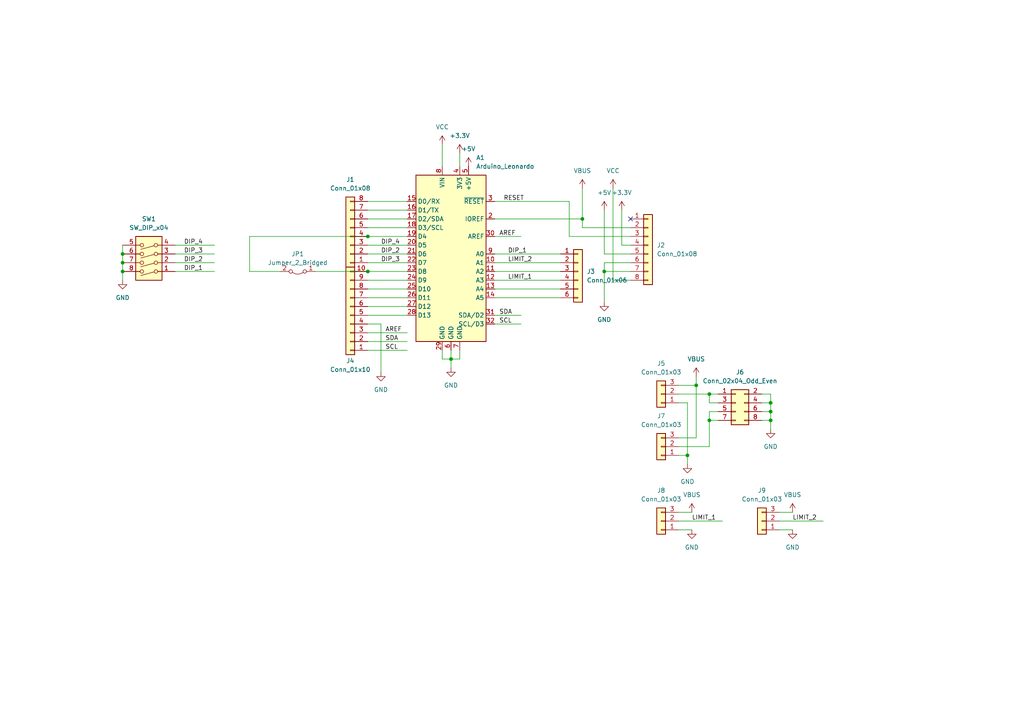
<source format=kicad_sch>
(kicad_sch (version 20231120) (generator "eeschema") (generator_version "8.0")
  (paper "A4")
  (title_block (title "Switch ID shield for STEP100 and STEP200") (date "2024-12-10") (rev "v2.0") (company "Ponoor Experiments inc."))
  (lib_symbols
    (symbol "Connector_Generic:Conn_01x03" (pin_names (offset 1.016) hide)
      (property "Reference" "J" (at 0 5.08 0))
      (property "Value" "Conn_01x03" (at 0 -5.08 0))
      (symbol "Conn_01x03_1_1"
        (rectangle (start -1.27 -2.413) (end 0 -2.667) (stroke (width 0.1524)))
        (rectangle (start -1.27 0.127) (end 0 -0.127) (stroke (width 0.1524)))
        (rectangle (start -1.27 2.667) (end 0 2.413) (stroke (width 0.1524)))
        (rectangle (start -1.27 3.81) (end 1.27 -3.81) (stroke (width 0.254)) (fill (type background)))
        (pin passive line (at -5.08 2.54 0) (length 3.81) (name "Pin_1") (number "1"))
        (pin passive line (at -5.08 0 0) (length 3.81) (name "Pin_2") (number "2"))
        (pin passive line (at -5.08 -2.54 0) (length 3.81) (name "Pin_3") (number "3"))
      )
    )
    (symbol "Connector_Generic:Conn_01x06" (pin_names (offset 1.016) hide)
      (property "Reference" "J" (at 0 7.62 0))
      (property "Value" "Conn_01x06" (at 0 -10.16 0))
      (symbol "Conn_01x06_1_1"
        (rectangle (start -1.27 -7.493) (end 0 -7.747) (stroke (width 0.1524)))
        (rectangle (start -1.27 -4.953) (end 0 -5.207) (stroke (width 0.1524)))
        (rectangle (start -1.27 -2.413) (end 0 -2.667) (stroke (width 0.1524)))
        (rectangle (start -1.27 0.127) (end 0 -0.127) (stroke (width 0.1524)))
        (rectangle (start -1.27 2.667) (end 0 2.413) (stroke (width 0.1524)))
        (rectangle (start -1.27 5.207) (end 0 4.953) (stroke (width 0.1524)))
        (rectangle (start -1.27 6.35) (end 1.27 -8.89) (stroke (width 0.254)) (fill (type background)))
        (pin passive line (at -5.08 5.08 0) (length 3.81) (name "Pin_1") (number "1"))
        (pin passive line (at -5.08 2.54 0) (length 3.81) (name "Pin_2") (number "2"))
        (pin passive line (at -5.08 0 0) (length 3.81) (name "Pin_3") (number "3"))
        (pin passive line (at -5.08 -2.54 0) (length 3.81) (name "Pin_4") (number "4"))
        (pin passive line (at -5.08 -5.08 0) (length 3.81) (name "Pin_5") (number "5"))
        (pin passive line (at -5.08 -7.62 0) (length 3.81) (name "Pin_6") (number "6"))
      )
    )
    (symbol "Connector_Generic:Conn_01x08" (pin_names (offset 1.016) hide)
      (property "Reference" "J" (at 0 10.16 0))
      (property "Value" "Conn_01x08" (at 0 -12.7 0))
      (symbol "Conn_01x08_1_1"
        (rectangle (start -1.27 -10.033) (end 0 -10.287) (stroke (width 0.1524)))
        (rectangle (start -1.27 -7.493) (end 0 -7.747) (stroke (width 0.1524)))
        (rectangle (start -1.27 -4.953) (end 0 -5.207) (stroke (width 0.1524)))
        (rectangle (start -1.27 -2.413) (end 0 -2.667) (stroke (width 0.1524)))
        (rectangle (start -1.27 0.127) (end 0 -0.127) (stroke (width 0.1524)))
        (rectangle (start -1.27 2.667) (end 0 2.413) (stroke (width 0.1524)))
        (rectangle (start -1.27 5.207) (end 0 4.953) (stroke (width 0.1524)))
        (rectangle (start -1.27 7.747) (end 0 7.493) (stroke (width 0.1524)))
        (rectangle (start -1.27 8.89) (end 1.27 -11.43) (stroke (width 0.254)) (fill (type background)))
        (pin passive line (at -5.08 7.62 0) (length 3.81) (name "Pin_1") (number "1"))
        (pin passive line (at -5.08 5.08 0) (length 3.81) (name "Pin_2") (number "2"))
        (pin passive line (at -5.08 2.54 0) (length 3.81) (name "Pin_3") (number "3"))
        (pin passive line (at -5.08 0 0) (length 3.81) (name "Pin_4") (number "4"))
        (pin passive line (at -5.08 -2.54 0) (length 3.81) (name "Pin_5") (number "5"))
        (pin passive line (at -5.08 -5.08 0) (length 3.81) (name "Pin_6") (number "6"))
        (pin passive line (at -5.08 -7.62 0) (length 3.81) (name "Pin_7") (number "7"))
        (pin passive line (at -5.08 -10.16 0) (length 3.81) (name "Pin_8") (number "8"))
      )
    )
    (symbol "Connector_Generic:Conn_01x10" (pin_names (offset 1.016) hide)
      (property "Reference" "J" (at 0 12.7 0))
      (property "Value" "Conn_01x10" (at 0 -15.24 0))
      (symbol "Conn_01x10_1_1"
        (rectangle (start -1.27 -12.573) (end 0 -12.827) (stroke (width 0.1524)))
        (rectangle (start -1.27 -10.033) (end 0 -10.287) (stroke (width 0.1524)))
        (rectangle (start -1.27 -7.493) (end 0 -7.747) (stroke (width 0.1524)))
        (rectangle (start -1.27 -4.953) (end 0 -5.207) (stroke (width 0.1524)))
        (rectangle (start -1.27 -2.413) (end 0 -2.667) (stroke (width 0.1524)))
        (rectangle (start -1.27 0.127) (end 0 -0.127) (stroke (width 0.1524)))
        (rectangle (start -1.27 2.667) (end 0 2.413) (stroke (width 0.1524)))
        (rectangle (start -1.27 5.207) (end 0 4.953) (stroke (width 0.1524)))
        (rectangle (start -1.27 7.747) (end 0 7.493) (stroke (width 0.1524)))
        (rectangle (start -1.27 10.287) (end 0 10.033) (stroke (width 0.1524)))
        (rectangle (start -1.27 11.43) (end 1.27 -13.97) (stroke (width 0.254)) (fill (type background)))
        (pin passive line (at -5.08 10.16 0) (length 3.81) (name "Pin_1") (number "1"))
        (pin passive line (at -5.08 -12.7 0) (length 3.81) (name "Pin_10") (number "10"))
        (pin passive line (at -5.08 7.62 0) (length 3.81) (name "Pin_2") (number "2"))
        (pin passive line (at -5.08 5.08 0) (length 3.81) (name "Pin_3") (number "3"))
        (pin passive line (at -5.08 2.54 0) (length 3.81) (name "Pin_4") (number "4"))
        (pin passive line (at -5.08 0 0) (length 3.81) (name "Pin_5") (number "5"))
        (pin passive line (at -5.08 -2.54 0) (length 3.81) (name "Pin_6") (number "6"))
        (pin passive line (at -5.08 -5.08 0) (length 3.81) (name "Pin_7") (number "7"))
        (pin passive line (at -5.08 -7.62 0) (length 3.81) (name "Pin_8") (number "8"))
        (pin passive line (at -5.08 -10.16 0) (length 3.81) (name "Pin_9") (number "9"))
      )
    )
    (symbol "Connector_Generic:Conn_02x04_Odd_Even" (pin_names (offset 1.016) hide)
      (property "Reference" "J" (at 1.27 5.08 0))
      (property "Value" "Conn_02x04_Odd_Even" (at 1.27 -7.62 0))
      (symbol "Conn_02x04_Odd_Even_1_1"
        (rectangle (start -1.27 -4.953) (end 0 -5.207) (stroke (width 0.1524)))
        (rectangle (start -1.27 -2.413) (end 0 -2.667) (stroke (width 0.1524)))
        (rectangle (start -1.27 0.127) (end 0 -0.127) (stroke (width 0.1524)))
        (rectangle (start -1.27 2.667) (end 0 2.413) (stroke (width 0.1524)))
        (rectangle (start -1.27 3.81) (end 3.81 -6.35) (stroke (width 0.254)) (fill (type background)))
        (rectangle (start 3.81 -4.953) (end 2.54 -5.207) (stroke (width 0.1524)))
        (rectangle (start 3.81 -2.413) (end 2.54 -2.667) (stroke (width 0.1524)))
        (rectangle (start 3.81 0.127) (end 2.54 -0.127) (stroke (width 0.1524)))
        (rectangle (start 3.81 2.667) (end 2.54 2.413) (stroke (width 0.1524)))
        (pin passive line (at -5.08 2.54 0) (length 3.81) (name "Pin_1") (number "1"))
        (pin passive line (at 7.62 2.54 180) (length 3.81) (name "Pin_2") (number "2"))
        (pin passive line (at -5.08 0 0) (length 3.81) (name "Pin_3") (number "3"))
        (pin passive line (at 7.62 0 180) (length 3.81) (name "Pin_4") (number "4"))
        (pin passive line (at -5.08 -2.54 0) (length 3.81) (name "Pin_5") (number "5"))
        (pin passive line (at 7.62 -2.54 180) (length 3.81) (name "Pin_6") (number "6"))
        (pin passive line (at -5.08 -5.08 0) (length 3.81) (name "Pin_7") (number "7"))
        (pin passive line (at 7.62 -5.08 180) (length 3.81) (name "Pin_8") (number "8"))
      )
    )
    (symbol "Jumper:Jumper_2_Bridged" (pin_names (offset 0) hide)
      (property "Reference" "JP" (at 0 1.905 0))
      (property "Value" "Jumper_2_Bridged" (at 0 -2.54 0))
      (symbol "Jumper_2_Bridged_0_0"
        (circle (center -2.032 0) (radius 0.508))
        (circle (center 2.032 0) (radius 0.508))
      )
      (symbol "Jumper_2_Bridged_0_1"
        (arc (start 1.524 0.254) (mid 0 0.762) (end -1.524 0.254))
      )
      (symbol "Jumper_2_Bridged_1_1"
        (pin passive line (at -5.08 0 0) (length 2.54) (name "A") (number "1"))
        (pin passive line (at 5.08 0 180) (length 2.54) (name "B") (number "2"))
      )
    )
    (symbol "MCU_Module:Arduino_Leonardo"
      (property "Reference" "A" (at -10.16 23.495 0))
      (property "Value" "Arduino_Leonardo" (at 5.08 -26.67 0))
      (symbol "Arduino_Leonardo_0_1"
        (rectangle (start -10.16 22.86) (end 10.16 -25.4) (stroke (width 0.254)) (fill (type background)))
      )
      (symbol "Arduino_Leonardo_1_1"
        (pin no_connect line (at -10.16 -20.32 0) (length 2.54) hide (name "NC") (number "1"))
        (pin bidirectional line (at 12.7 -2.54 180) (length 2.54) (name "A1") (number "10"))
        (pin bidirectional line (at 12.7 -5.08 180) (length 2.54) (name "A2") (number "11"))
        (pin bidirectional line (at 12.7 -7.62 180) (length 2.54) (name "A3") (number "12"))
        (pin bidirectional line (at 12.7 -10.16 180) (length 2.54) (name "A4") (number "13"))
        (pin bidirectional line (at 12.7 -12.7 180) (length 2.54) (name "A5") (number "14"))
        (pin bidirectional line (at -12.7 15.24 0) (length 2.54) (name "D0/RX") (number "15"))
        (pin bidirectional line (at -12.7 12.7 0) (length 2.54) (name "D1/TX") (number "16"))
        (pin bidirectional line (at -12.7 10.16 0) (length 2.54) (name "D2/SDA") (number "17"))
        (pin bidirectional line (at -12.7 7.62 0) (length 2.54) (name "D3/SCL") (number "18"))
        (pin bidirectional line (at -12.7 5.08 0) (length 2.54) (name "D4") (number "19"))
        (pin output line (at 12.7 10.16 180) (length 2.54) (name "IOREF") (number "2"))
        (pin bidirectional line (at -12.7 2.54 0) (length 2.54) (name "D5") (number "20"))
        (pin bidirectional line (at -12.7 0 0) (length 2.54) (name "D6") (number "21"))
        (pin bidirectional line (at -12.7 -2.54 0) (length 2.54) (name "D7") (number "22"))
        (pin bidirectional line (at -12.7 -5.08 0) (length 2.54) (name "D8") (number "23"))
        (pin bidirectional line (at -12.7 -7.62 0) (length 2.54) (name "D9") (number "24"))
        (pin bidirectional line (at -12.7 -10.16 0) (length 2.54) (name "D10") (number "25"))
        (pin bidirectional line (at -12.7 -12.7 0) (length 2.54) (name "D11") (number "26"))
        (pin bidirectional line (at -12.7 -15.24 0) (length 2.54) (name "D12") (number "27"))
        (pin bidirectional line (at -12.7 -17.78 0) (length 2.54) (name "D13") (number "28"))
        (pin power_in line (at -2.54 -27.94 90) (length 2.54) (name "GND") (number "29"))
        (pin input line (at 12.7 15.24 180) (length 2.54) (name "~{RESET}") (number "3"))
        (pin input line (at 12.7 5.08 180) (length 2.54) (name "AREF") (number "30"))
        (pin bidirectional line (at 12.7 -17.78 180) (length 2.54) (name "SDA/D2") (number "31"))
        (pin bidirectional line (at 12.7 -20.32 180) (length 2.54) (name "SCL/D3") (number "32"))
        (pin power_out line (at 2.54 25.4 270) (length 2.54) (name "3V3") (number "4"))
        (pin power_out line (at 5.08 25.4 270) (length 2.54) (name "+5V") (number "5"))
        (pin power_in line (at 0 -27.94 90) (length 2.54) (name "GND") (number "6"))
        (pin power_in line (at 2.54 -27.94 90) (length 2.54) (name "GND") (number "7"))
        (pin power_in line (at -2.54 25.4 270) (length 2.54) (name "VIN") (number "8"))
        (pin bidirectional line (at 12.7 0 180) (length 2.54) (name "A0") (number "9"))
      )
    )
    (symbol "Switch:SW_DIP_x04" (pin_names (offset 0) hide)
      (property "Reference" "SW" (at 0 8.89 0))
      (property "Value" "SW_DIP_x04" (at 0 -6.35 0))
      (symbol "SW_DIP_x04_0_0"
        (circle (center -2.032 -2.54) (radius 0.508))
        (circle (center -2.032 0) (radius 0.508))
        (circle (center -2.032 2.54) (radius 0.508))
        (circle (center -2.032 5.08) (radius 0.508))
        (polyline (pts (xy -1.524 -2.3876) (xy 2.3622 -1.3462)))
        (polyline (pts (xy -1.524 0.127) (xy 2.3622 1.1684)))
        (polyline (pts (xy -1.524 2.667) (xy 2.3622 3.7084)))
        (polyline (pts (xy -1.524 5.207) (xy 2.3622 6.2484)))
        (circle (center 2.032 -2.54) (radius 0.508))
        (circle (center 2.032 0) (radius 0.508))
        (circle (center 2.032 2.54) (radius 0.508))
        (circle (center 2.032 5.08) (radius 0.508))
      )
      (symbol "SW_DIP_x04_0_1"
        (rectangle (start -3.81 7.62) (end 3.81 -5.08) (stroke (width 0.254)) (fill (type background)))
      )
      (symbol "SW_DIP_x04_1_1"
        (pin passive line (at -7.62 5.08 0) (length 5.08) (name "~") (number "1"))
        (pin passive line (at -7.62 2.54 0) (length 5.08) (name "~") (number "2"))
        (pin passive line (at -7.62 0 0) (length 5.08) (name "~") (number "3"))
        (pin passive line (at -7.62 -2.54 0) (length 5.08) (name "~") (number "4"))
        (pin passive line (at 7.62 -2.54 180) (length 5.08) (name "~") (number "5"))
        (pin passive line (at 7.62 0 180) (length 5.08) (name "~") (number "6"))
        (pin passive line (at 7.62 2.54 180) (length 5.08) (name "~") (number "7"))
        (pin passive line (at 7.62 5.08 180) (length 5.08) (name "~") (number "8"))
      )
    )
    (symbol "power:+3.3V" (power) (pin_numbers hide) (pin_names (offset 0) hide)
      (property "Value" "+3.3V" (at 0 3.556 0))
      (symbol "+3.3V_0_1"
        (polyline (pts (xy -0.762 1.27) (xy 0 2.54)))
        (polyline (pts (xy 0 0) (xy 0 2.54)))
        (polyline (pts (xy 0 2.54) (xy 0.762 1.27)))
      )
      (symbol "+3.3V_1_1"
        (pin power_in line (at 0 0 90) (length 0) (name "~") (number "1"))
      )
    )
    (symbol "power:+5V" (power) (pin_numbers hide) (pin_names (offset 0) hide)
      (property "Value" "+5V" (at 0 3.556 0))
      (symbol "+5V_0_1"
        (polyline (pts (xy -0.762 1.27) (xy 0 2.54)))
        (polyline (pts (xy 0 0) (xy 0 2.54)))
        (polyline (pts (xy 0 2.54) (xy 0.762 1.27)))
      )
      (symbol "+5V_1_1"
        (pin power_in line (at 0 0 90) (length 0) (name "~") (number "1"))
      )
    )
    (symbol "power:GND" (power) (pin_names (offset 0))
      (property "Value" "GND" (at 0 -3.81 0))
      (symbol "GND_0_1"
        (polyline (pts (xy 0 0) (xy 0 -1.27) (xy 1.27 -1.27) (xy 0 -2.54) (xy -1.27 -1.27) (xy 0 -1.27)))
      )
      (symbol "GND_1_1"
        (pin power_in line (at 0 0 270) (length 0) hide (name "GND") (number "1"))
      )
    )
    (symbol "power:VBUS" (power) (pin_numbers hide) (pin_names (offset 0) hide)
      (property "Value" "VBUS" (at 0 3.556 0))
      (symbol "VBUS_0_1"
        (polyline (pts (xy -0.762 1.27) (xy 0 2.54)))
        (polyline (pts (xy 0 0) (xy 0 2.54)))
        (polyline (pts (xy 0 2.54) (xy 0.762 1.27)))
      )
      (symbol "VBUS_1_1"
        (pin power_in line (at 0 0 90) (length 0) (name "~") (number "1"))
      )
    )
    (symbol "power:VCC" (power) (pin_names (offset 0))
      (property "Value" "VCC" (at 0 3.81 0))
      (symbol "VCC_0_1"
        (polyline (pts (xy -0.762 1.27) (xy 0 2.54)))
        (polyline (pts (xy 0 0) (xy 0 2.54)))
        (polyline (pts (xy 0 2.54) (xy 0.762 1.27)))
      )
      (symbol "VCC_1_1"
        (pin power_in line (at 0 0 90) (length 0) hide (name "VCC") (number "1"))
      )
    )
  )
  (junction (at 106.68 68.58))
  (junction (at 223.52 119.38))
  (junction (at 106.68 78.74))
  (junction (at 201.93 111.76))
  (junction (at 205.74 114.3))
  (junction (at 175.26 78.74))
  (junction (at 130.81 104.14))
  (junction (at 35.56 78.74))
  (junction (at 168.91 63.5))
  (junction (at 205.74 121.92))
  (junction (at 199.39 132.08))
  (junction (at 35.56 73.66))
  (junction (at 223.52 116.84))
  (junction (at 35.56 76.2))
  (junction (at 223.52 121.92))
  (no_connect (at 182.88 63.5))
  (wire (pts (xy 62.23 71.12) (xy 50.8 71.12)))
  (wire (pts (xy 223.52 119.38) (xy 223.52 121.92)))
  (wire (pts (xy 106.68 78.74) (xy 118.11 78.74)))
  (wire (pts (xy 182.88 73.66) (xy 175.26 73.66)))
  (wire (pts (xy 175.26 60.96) (xy 175.26 73.66)))
  (wire (pts (xy 208.28 114.3) (xy 205.74 114.3)))
  (wire (pts (xy 35.56 71.12) (xy 35.56 73.66)))
  (wire (pts (xy 106.68 71.12) (xy 118.11 71.12)))
  (wire (pts (xy 201.93 111.76) (xy 201.93 109.22)))
  (wire (pts (xy 110.49 93.98) (xy 110.49 107.95)))
  (wire (pts (xy 106.68 63.5) (xy 118.11 63.5)))
  (wire (pts (xy 196.85 148.59) (xy 200.66 148.59)))
  (wire (pts (xy 106.68 68.58) (xy 72.39 68.58)))
  (wire (pts (xy 182.88 81.28) (xy 177.8 81.28)))
  (wire (pts (xy 106.68 96.52) (xy 118.11 96.52)))
  (wire (pts (xy 226.06 151.13) (xy 238.76 151.13)))
  (wire (pts (xy 50.8 73.66) (xy 62.23 73.66)))
  (wire (pts (xy 196.85 132.08) (xy 199.39 132.08)))
  (wire (pts (xy 168.91 66.04) (xy 168.91 63.5)))
  (wire (pts (xy 175.26 78.74) (xy 175.26 87.63)))
  (wire (pts (xy 143.51 86.36) (xy 162.56 86.36)))
  (wire (pts (xy 201.93 127) (xy 201.93 111.76)))
  (wire (pts (xy 220.98 121.92) (xy 223.52 121.92)))
  (wire (pts (xy 35.56 73.66) (xy 35.56 76.2)))
  (wire (pts (xy 72.39 68.58) (xy 72.39 78.74)))
  (wire (pts (xy 106.68 81.28) (xy 118.11 81.28)))
  (wire (pts (xy 106.68 73.66) (xy 118.11 73.66)))
  (wire (pts (xy 130.81 104.14) (xy 133.35 104.14)))
  (wire (pts (xy 106.68 88.9) (xy 118.11 88.9)))
  (wire (pts (xy 106.68 86.36) (xy 118.11 86.36)))
  (wire (pts (xy 165.1 68.58) (xy 165.1 58.42)))
  (wire (pts (xy 196.85 111.76) (xy 201.93 111.76)))
  (wire (pts (xy 143.51 93.98) (xy 151.13 93.98)))
  (wire (pts (xy 130.81 101.6) (xy 130.81 104.14)))
  (wire (pts (xy 223.52 114.3) (xy 223.52 116.84)))
  (wire (pts (xy 223.52 116.84) (xy 223.52 119.38)))
  (wire (pts (xy 196.85 114.3) (xy 205.74 114.3)))
  (wire (pts (xy 205.74 121.92) (xy 208.28 121.92)))
  (wire (pts (xy 226.06 148.59) (xy 229.87 148.59)))
  (wire (pts (xy 182.88 71.12) (xy 180.34 71.12)))
  (wire (pts (xy 180.34 60.96) (xy 180.34 71.12)))
  (wire (pts (xy 35.56 78.74) (xy 35.56 81.28)))
  (wire (pts (xy 106.68 66.04) (xy 118.11 66.04)))
  (wire (pts (xy 205.74 129.54) (xy 205.74 121.92)))
  (wire (pts (xy 143.51 81.28) (xy 162.56 81.28)))
  (wire (pts (xy 143.51 91.44) (xy 151.13 91.44)))
  (wire (pts (xy 133.35 101.6) (xy 133.35 104.14)))
  (wire (pts (xy 205.74 114.3) (xy 205.74 116.84)))
  (wire (pts (xy 205.74 116.84) (xy 208.28 116.84)))
  (wire (pts (xy 196.85 127) (xy 201.93 127)))
  (wire (pts (xy 196.85 151.13) (xy 209.55 151.13)))
  (wire (pts (xy 106.68 101.6) (xy 118.11 101.6)))
  (wire (pts (xy 182.88 76.2) (xy 175.26 76.2)))
  (wire (pts (xy 208.28 119.38) (xy 205.74 119.38)))
  (wire (pts (xy 143.51 78.74) (xy 162.56 78.74)))
  (wire (pts (xy 220.98 116.84) (xy 223.52 116.84)))
  (wire (pts (xy 177.8 54.61) (xy 177.8 81.28)))
  (wire (pts (xy 35.56 76.2) (xy 35.56 78.74)))
  (wire (pts (xy 168.91 54.61) (xy 168.91 63.5)))
  (wire (pts (xy 199.39 116.84) (xy 199.39 132.08)))
  (wire (pts (xy 106.68 76.2) (xy 118.11 76.2)))
  (wire (pts (xy 106.68 91.44) (xy 118.11 91.44)))
  (wire (pts (xy 223.52 121.92) (xy 223.52 124.46)))
  (wire (pts (xy 143.51 83.82) (xy 162.56 83.82)))
  (wire (pts (xy 182.88 66.04) (xy 168.91 66.04)))
  (wire (pts (xy 143.51 73.66) (xy 162.56 73.66)))
  (wire (pts (xy 128.27 101.6) (xy 128.27 104.14)))
  (wire (pts (xy 226.06 153.67) (xy 229.87 153.67)))
  (wire (pts (xy 220.98 119.38) (xy 223.52 119.38)))
  (wire (pts (xy 175.26 76.2) (xy 175.26 78.74)))
  (wire (pts (xy 175.26 78.74) (xy 182.88 78.74)))
  (wire (pts (xy 106.68 99.06) (xy 118.11 99.06)))
  (wire (pts (xy 130.81 104.14) (xy 130.81 106.68)))
  (wire (pts (xy 199.39 132.08) (xy 199.39 134.62)))
  (wire (pts (xy 143.51 58.42) (xy 165.1 58.42)))
  (wire (pts (xy 106.68 60.96) (xy 118.11 60.96)))
  (wire (pts (xy 196.85 129.54) (xy 205.74 129.54)))
  (wire (pts (xy 196.85 116.84) (xy 199.39 116.84)))
  (wire (pts (xy 106.68 68.58) (xy 118.11 68.58)))
  (wire (pts (xy 133.35 44.45) (xy 133.35 48.26)))
  (wire (pts (xy 91.44 78.74) (xy 106.68 78.74)))
  (wire (pts (xy 143.51 76.2) (xy 162.56 76.2)))
  (wire (pts (xy 205.74 119.38) (xy 205.74 121.92)))
  (wire (pts (xy 50.8 78.74) (xy 62.23 78.74)))
  (wire (pts (xy 143.51 63.5) (xy 168.91 63.5)))
  (wire (pts (xy 72.39 78.74) (xy 81.28 78.74)))
  (wire (pts (xy 143.51 68.58) (xy 151.13 68.58)))
  (wire (pts (xy 165.1 68.58) (xy 182.88 68.58)))
  (wire (pts (xy 106.68 93.98) (xy 110.49 93.98)))
  (wire (pts (xy 106.68 83.82) (xy 118.11 83.82)))
  (wire (pts (xy 220.98 114.3) (xy 223.52 114.3)))
  (wire (pts (xy 196.85 153.67) (xy 200.66 153.67)))
  (wire (pts (xy 128.27 104.14) (xy 130.81 104.14)))
  (wire (pts (xy 106.68 58.42) (xy 118.11 58.42)))
  (wire (pts (xy 50.8 76.2) (xy 62.23 76.2)))
  (wire (pts (xy 128.27 41.91) (xy 128.27 48.26)))
  (label "SCL" (at 144.78 93.98 0))
  (label "DIP_4" (at 53.34 71.12 0))
  (label "AREF" (at 144.78 68.58 0))
  (label "SDA" (at 111.76 99.06 0))
  (label "DIP_2" (at 110.49 73.66 0))
  (label "DIP_4" (at 110.49 71.12 0))
  (label "LIMIT_1" (at 147.32 81.28 0))
  (label "RESET" (at 146.05 58.42 0))
  (label "SDA" (at 144.78 91.44 0))
  (label "LIMIT_2" (at 147.32 76.2 0))
  (label "LIMIT_2" (at 229.87 151.13 0))
  (label "DIP_1" (at 53.34 78.74 0))
  (label "AREF" (at 111.76 96.52 0))
  (label "SCL" (at 111.76 101.6 0))
  (label "DIP_2" (at 53.34 76.2 0))
  (label "DIP_3" (at 110.49 76.2 0))
  (label "LIMIT_1" (at 200.66 151.13 0))
  (label "DIP_3" (at 53.34 73.66 0))
  (label "DIP_1" (at 147.32 73.66 0))
  (symbol (lib_id "power:+5V") (at 175.26 60.96 0) (unit 1)
    (property "Reference" "#PWR06" (effects (hide yes)))
    (property "Value" "+5V" (at 175.26 55.88 0))
    (property "Description" "Power symbol creates a global label with name \"+5V\"" (effects (hide yes)))
  )
  (symbol (lib_id "Connector_Generic:Conn_01x10") (at 101.6 91.44 180) (unit 1)
    (property "Reference" "J4" (at 101.6 104.648 0))
    (property "Value" "Conn_01x10" (at 101.6 107.188 0))
    (property "Footprint" "Connector_PinSocket_2.54mm:PinSocket_1x10_P2.54mm_Vertical" (effects (hide yes)))
    (property "Description" "Generic connector, single row, 01x10, script generated (kicad-library-utils/schlib/autogen/connector/)" (effects (hide yes)))
  )
  (symbol (lib_id "Connector_Generic:Conn_01x03") (at 220.98 151.13 180) (unit 1)
    (property "Reference" "J9" (at 220.98 142.24 0))
    (property "Value" "Conn_01x03" (at 220.98 144.78 0))
    (property "Footprint" "Connector_JST:JST_XA_B03B-XASK-1_1x03_P2.50mm_Vertical" (effects (hide yes)))
  )
  (symbol (lib_id "MCU_Module:Arduino_Leonardo") (at 130.81 73.66 0) (unit 1)
    (property "Reference" "A1" (at 138.0841 45.72 0) (effects (justify left)))
    (property "Value" "Arduino_Leonardo" (at 138.0841 48.26 0) (effects (justify left)))
    (property "Footprint" "Module:Arduino_UNO_R3" (effects (hide yes)))
    (property "Datasheet" "https://www.arduino.cc/en/Main/ArduinoBoardLeonardo" (effects (hide yes)))
  )
  (symbol (lib_id "power:GND") (at 175.26 87.63 0) (unit 1)
    (property "Reference" "#PWR09" (effects (hide yes)))
    (property "Value" "GND" (at 175.26 92.71 0))
  )
  (symbol (lib_id "power:+3.3V") (at 133.35 44.45 0) (unit 1)
    (property "Reference" "#PWR02" (effects (hide yes)))
    (property "Value" "+3.3V" (at 133.35 39.37 0))
    (property "Description" "Power symbol creates a global label with name \"+3.3V\"" (effects (hide yes)))
  )
  (symbol (lib_id "power:GND") (at 223.52 124.46 0) (unit 1)
    (property "Reference" "#PWR013" (effects (hide yes)))
    (property "Value" "GND" (at 223.52 129.54 0))
  )
  (symbol (lib_id "power:VCC") (at 177.8 54.61 0) (unit 1)
    (property "Reference" "#PWR05" (effects (hide yes)))
    (property "Value" "VCC" (at 177.8 49.53 0))
  )
  (symbol (lib_id "power:VBUS") (at 168.91 54.61 0) (unit 1)
    (property "Reference" "#PWR04" (effects (hide yes)))
    (property "Value" "VBUS" (at 168.91 49.53 0))
    (property "Description" "Power symbol creates a global label with name \"VBUS\"" (effects (hide yes)))
  )
  (symbol (lib_id "power:GND") (at 200.66 153.67 0) (unit 1)
    (property "Reference" "#PWR017" (effects (hide yes)))
    (property "Value" "GND" (at 200.66 158.75 0))
  )
  (symbol (lib_id "Connector_Generic:Conn_01x06") (at 167.64 78.74 0) (unit 1)
    (property "Reference" "J3" (at 170.18 78.7399 0) (effects (justify left)))
    (property "Value" "Conn_01x06" (at 170.18 81.2799 0) (effects (justify left)))
    (property "Footprint" "Connector_PinSocket_2.54mm:PinSocket_1x06_P2.54mm_Vertical" (effects (hide yes)))
    (property "Description" "Generic connector, single row, 01x06, script generated (kicad-library-utils/schlib/autogen/connector/)" (effects (hide yes)))
  )
  (symbol (lib_id "power:VBUS") (at 200.66 148.59 0) (unit 1)
    (property "Reference" "#PWR015" (effects (hide yes)))
    (property "Value" "VBUS" (at 200.66 143.51 0))
    (property "Description" "Power symbol creates a global label with name \"VBUS\"" (effects (hide yes)))
  )
  (symbol (lib_id "Jumper:Jumper_2_Bridged") (at 86.36 78.74 180) (unit 1)
    (property "Reference" "JP1" (at 86.36 73.66 0))
    (property "Value" "Jumper_2_Bridged" (at 86.36 76.2 0))
    (property "Footprint" "Jumper:SolderJumper-2_P1.3mm_Bridged_Pad1.0x1.5mm" (effects (hide yes)))
  )
  (symbol (lib_id "power:VBUS") (at 229.87 148.59 0) (unit 1)
    (property "Reference" "#PWR016" (effects (hide yes)))
    (property "Value" "VBUS" (at 229.87 143.51 0))
    (property "Description" "Power symbol creates a global label with name \"VBUS\"" (effects (hide yes)))
  )
  (symbol (lib_id "Connector_Generic:Conn_01x08") (at 187.96 71.12 0) (unit 1)
    (property "Reference" "J2" (at 190.5 71.1199 0) (effects (justify left)))
    (property "Value" "Conn_01x08" (at 190.5 73.6599 0) (effects (justify left)))
    (property "Footprint" "Connector_PinSocket_2.54mm:PinSocket_1x08_P2.54mm_Vertical" (effects (hide yes)))
    (property "Description" "Generic connector, single row, 01x08, script generated (kicad-library-utils/schlib/autogen/connector/)" (effects (hide yes)))
  )
  (symbol (lib_id "power:GND") (at 130.81 106.68 0) (unit 1)
    (property "Reference" "#PWR010" (effects (hide yes)))
    (property "Value" "GND" (at 130.81 111.76 0))
  )
  (symbol (lib_id "power:GND") (at 229.87 153.67 0) (unit 1)
    (property "Reference" "#PWR018" (effects (hide yes)))
    (property "Value" "GND" (at 229.87 158.75 0))
  )
  (symbol (lib_id "Connector_Generic:Conn_01x08") (at 101.6 68.58 180) (unit 1)
    (property "Reference" "J1" (at 101.6 52.07 0))
    (property "Value" "Conn_01x08" (at 101.6 54.61 0))
    (property "Footprint" "Connector_PinSocket_2.54mm:PinSocket_1x08_P2.54mm_Vertical" (effects (hide yes)))
    (property "Description" "Generic connector, single row, 01x08, script generated (kicad-library-utils/schlib/autogen/connector/)" (effects (hide yes)))
  )
  (symbol (lib_id "power:GND") (at 199.39 134.62 0) (unit 1)
    (property "Reference" "#PWR014" (effects (hide yes)))
    (property "Value" "GND" (at 199.39 139.7 0))
  )
  (symbol (lib_id "power:VCC") (at 128.27 41.91 0) (unit 1)
    (property "Reference" "#PWR01" (effects (hide yes)))
    (property "Value" "VCC" (at 128.27 36.83 0))
  )
  (symbol (lib_id "Connector_Generic:Conn_01x03") (at 191.77 129.54 180) (unit 1)
    (property "Reference" "J7" (at 191.77 120.65 0))
    (property "Value" "Conn_01x03" (at 191.77 123.19 0))
    (property "Footprint" "Connector_JST:JST_XA_B03B-XASK-1_1x03_P2.50mm_Vertical" (effects (hide yes)))
  )
  (symbol (lib_id "Connector_Generic:Conn_01x03") (at 191.77 114.3 180) (unit 1)
    (property "Reference" "J5" (at 191.77 105.41 0))
    (property "Value" "Conn_01x03" (at 191.77 107.95 0))
    (property "Footprint" "Connector_JST:JST_XA_B03B-XASK-1_1x03_P2.50mm_Vertical" (effects (hide yes)))
  )
  (symbol (lib_id "power:+5V") (at 135.89 48.26 0) (unit 1)
    (property "Reference" "#PWR03" (effects (hide yes)))
    (property "Value" "+5V" (at 135.89 43.18 0))
    (property "Description" "Power symbol creates a global label with name \"+5V\"" (effects (hide yes)))
  )
  (symbol (lib_id "Connector_Generic:Conn_01x03") (at 191.77 151.13 180) (unit 1)
    (property "Reference" "J8" (at 191.77 142.24 0))
    (property "Value" "Conn_01x03" (at 191.77 144.78 0))
    (property "Footprint" "Connector_JST:JST_XA_B03B-XASK-1_1x03_P2.50mm_Vertical" (effects (hide yes)))
  )
  (symbol (lib_id "power:VBUS") (at 201.93 109.22 0) (unit 1)
    (property "Reference" "#PWR012" (effects (hide yes)))
    (property "Value" "VBUS" (at 201.93 104.14 0))
    (property "Description" "Power symbol creates a global label with name \"VBUS\"" (effects (hide yes)))
  )
  (symbol (lib_id "power:GND") (at 110.49 107.95 0) (unit 1)
    (property "Reference" "#PWR011" (effects (hide yes)))
    (property "Value" "GND" (at 110.49 113.03 0))
  )
  (symbol (lib_id "power:+3.3V") (at 180.34 60.96 0) (unit 1)
    (property "Reference" "#PWR07" (effects (hide yes)))
    (property "Value" "+3.3V" (at 180.34 55.88 0))
    (property "Description" "Power symbol creates a global label with name \"+3.3V\"" (effects (hide yes)))
  )
  (symbol (lib_id "Switch:SW_DIP_x04") (at 43.18 73.66 180) (unit 1)
    (property "Reference" "SW1" (at 43.18 63.5 0))
    (property "Value" "SW_DIP_x04" (at 43.18 66.04 0))
    (property "Footprint" "Button_Switch_THT:SW_DIP_SPSTx04_Slide_9.78x12.34mm_W7.62mm_P2.54mm" (effects (hide yes)))
  )
  (symbol (lib_id "Connector_Generic:Conn_02x04_Odd_Even") (at 213.36 116.84 0) (unit 1)
    (property "Reference" "J6" (at 214.63 107.95 0))
    (property "Value" "Conn_02x04_Odd_Even" (at 214.63 110.49 0))
    (property "Footprint" "Connector_PinSocket_2.54mm:PinSocket_2x04_P2.54mm_Vertical" (effects (hide yes)))
  )
  (symbol (lib_id "power:GND") (at 35.56 81.28 0) (unit 1)
    (property "Reference" "#PWR08" (effects (hide yes)))
    (property "Value" "GND" (at 35.56 86.36 0))
  )
)
</source>
